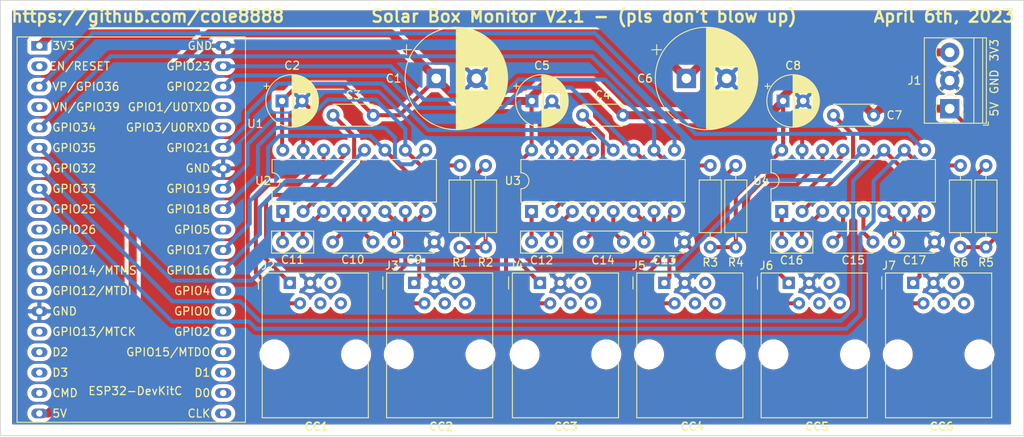
<source format=kicad_pcb>
(kicad_pcb (version 20221018) (generator pcbnew)
  (title_block (title "ESP32 Solar Box Monitor PCB (6 Port)") (date "2023-04-06") (rev "2.1"))
  (layers (0 "F.Cu" signal) (31 "B.Cu" signal) (34 "B.Paste" user) (35 "F.Paste" user) (36 "B.SilkS" user "B.Silkscreen") (37 "F.SilkS" user "F.Silkscreen") (38 "B.Mask" user) (39 "F.Mask" user) (44 "Edge.Cuts" user))
  (net 0 "")
  (net 1 "+3V3")
  (net 2 "GND")
  (net 3 "+5V")
  (net 4 "Net-(U3-VS+)")
  (net 5 "Net-(U3-VS-)")
  (net 6 "Net-(U3-C2+)")
  (net 7 "Net-(U3-C2-)")
  (net 8 "Net-(U3-C1+)")
  (net 9 "Net-(U3-C1-)")
  (net 10 "Net-(U4-VS+)")
  (net 11 "Net-(U4-VS-)")
  (net 12 "Net-(U4-C2+)")
  (net 13 "Net-(U4-C2-)")
  (net 14 "Net-(U4-C1+)")
  (net 15 "Net-(U4-C1-)")
  (net 16 "CC1 TX")
  (net 17 "CC1 RX")
  (net 21 "CC2 TX")
  (net 22 "CC2 RX")
  (net 26 "CC3 TX")
  (net 27 "CC3 RX")
  (net 31 "CC4 TX")
  (net 32 "CC4 RX")
  (net 36 "CC5 TX")
  (net 37 "CC5 RX")
  (net 41 "CC6 TX")
  (net 42 "CC6 RX")
  (net 46 "Net-(U2-VS+)")
  (net 47 "Net-(U2-VS-)")
  (net 48 "Net-(U2-C2+)")
  (net 49 "Net-(U2-C2-)")
  (net 50 "Net-(U2-C1+)")
  (net 51 "Net-(U2-C1-)")
  (net 52 "Net-(U1-GPIO19)")
  (net 53 "Net-(U1-GPIO17)")
  (net 54 "Net-(U1-SENSOR_VP{slash}GPIO36{slash}ADC1_CH0)")
  (net 55 "Net-(U1-GPIO22)")
  (net 56 "Net-(U1-VDET_1{slash}GPIO34{slash}ADC1_CH6)")
  (net 57 "Net-(U1-32K_XN{slash}GPIO33{slash}ADC1_CH5)")
  (net 59 "Net-(U1-VDET_2{slash}GPIO35{slash}ADC1_CH7)")
  (net 63 "Net-(U1-32K_XP{slash}GPIO32{slash}ADC1_CH4)")
  (net 78 "Net-(U1-GPIO16)")
  (net 80 "Net-(U1-GPIO18)")
  (net 81 "Net-(U1-GPIO21)")
  (net 84 "Net-(U1-GPIO23)")
  (footprint "Library:TerminalBlock_Phoenix_PT-1,5-3-3.5-H_1x03_P3.50mm_Horizontal" (layer "F.Cu") (at 201.865 74.62 90)
    (fp_text reference "J1")
    (fp_text value "Screw_Terminal_01x03")
  )
  (footprint "Library:DIP-16_W7.62mm" (layer "F.Cu") (at 180.975 87.4 90)
    (fp_text reference "U4")
    (fp_text value "MAX3232")
  )
  (footprint "Library:DIP-16_W7.62mm" (layer "F.Cu") (at 118.92 87.4 90)
    (fp_text reference "U2")
    (fp_text value "MAX3232")
  )
  (footprint "Library:R_Axial_DIN0207_L6.3mm_D2.5mm_P10.16mm_Horizontal" (layer "F.Cu") (at 140.97 91.845 90)
    (fp_text reference "R1")
    (fp_text value "1K")
  )
  (footprint "Library:DIP-16_W7.62mm" (layer "F.Cu") (at 149.86 87.4 90)
    (fp_text reference "U3")
    (fp_text value "MAX3232")
  )
  (footprint "Library:CP_Radial_D6.3mm_P2.50mm" (layer "F.Cu") (at 118.832621 73.66)
    (fp_text reference "C2")
    (fp_text value "10uF")
  )
  (footprint "Library:R_Axial_DIN0207_L6.3mm_D2.5mm_P10.16mm_Horizontal" (layer "F.Cu") (at 144.145 91.845 90)
    (fp_text reference "R2")
    (fp_text value "1K")
  )
  (footprint "Library:C_Disc_D5.0mm_W2.5mm_P2.50mm" (layer "F.Cu") (at 118.892 91.21)
    (fp_text reference "C11")
    (fp_text value "0.1uF")
  )
  (footprint "Library:CP_Radial_D6.3mm_P2.50mm" (layer "F.Cu") (at 149.9 73.66)
    (fp_text reference "C5")
    (fp_text value "10uF")
  )
  (footprint "Library:R_Axial_DIN0207_L6.3mm_D2.5mm_P10.16mm_Horizontal" (layer "F.Cu") (at 203.2 91.845 90)
    (fp_text reference "R6")
    (fp_text value "1K")
  )
  (footprint "Library:C_Disc_D4.7mm_W2.5mm_P5.00mm" (layer "F.Cu") (at 187.405 75.438)
    (fp_text reference "C7")
    (fp_text value "0.47uF")
  )
  (footprint "Library:C_Disc_D4.7mm_W2.5mm_P5.00mm" (layer "F.Cu") (at 163.87 91.21)
    (fp_text reference "C13")
    (fp_text value "0.47uF")
  )
  (footprint "Library:R_Axial_DIN0207_L6.3mm_D2.5mm_P10.16mm_Horizontal" (layer "F.Cu") (at 175.26 91.845 90)
    (fp_text reference "R4")
    (fp_text value "1K")
  )
  (footprint "Library:CP_Radial_D12.5mm_P5.00mm" (layer "F.Cu") (at 169.117 70.866)
    (fp_text reference "C6")
    (fp_text value "1000uF")
  )
  (footprint "Library:C_Disc_D5.0mm_W2.5mm_P2.50mm" (layer "F.Cu") (at 180.975 91.21)
    (fp_text reference "C16")
    (fp_text value "0.1uF")
  )
  (footprint "Library:C_Disc_D4.7mm_W2.5mm_P5.00mm" (layer "F.Cu") (at 125.175 75.438)
    (fp_text reference "C3")
    (fp_text value "0.47uF")
  )
  (footprint "Library:RJ12_Amphenol_54601" (layer "F.Cu") (at 150.905 96.29)
    (fp_text reference "J4")
    (fp_text value "6P6C")
  )
  (footprint "Library:RJ12_Amphenol_54601" (layer "F.Cu") (at 135.26 96.29)
    (fp_text reference "J3")
    (fp_text value "6P6C")
  )
  (footprint "Library:RJ12_Amphenol_54601" (layer "F.Cu") (at 197.315 96.29)
    (fp_text reference "J7")
    (fp_text value "6P6C")
  )
  (footprint "Library:CP_Radial_D6.3mm_P2.50mm" (layer "F.Cu") (at 181.142 73.66)
    (fp_text reference "C8")
    (fp_text value "10uF")
  )
  (footprint "Library:C_Disc_D5.0mm_W2.5mm_P2.50mm" (layer "F.Cu") (at 149.86 91.21)
    (fp_text reference "C12")
    (fp_text value "0.1uF")
  )
  (footprint "Library:CP_Radial_D12.5mm_P5.00mm" (layer "F.Cu") (at 138.002 70.866)
    (fp_text reference "C1")
    (fp_text value "1000uF")
  )
  (footprint "Library:R_Axial_DIN0207_L6.3mm_D2.5mm_P10.16mm_Horizontal" (layer "F.Cu") (at 206.375 91.845 90)
    (fp_text reference "R5")
    (fp_text value "1K")
  )
  (footprint "Library:RJ12_Amphenol_54601" (layer "F.Cu") (at 166.375 96.29)
    (fp_text reference "J5")
    (fp_text value "6P6C")
  )
  (footprint "Library:C_Disc_D4.7mm_W2.5mm_P5.00mm" (layer "F.Cu") (at 156.29 91.21)
    (fp_text reference "C14")
    (fp_text value "0.47uF")
  )
  (footprint "Library:C_Disc_D4.7mm_W2.5mm_P5.00mm" (layer "F.Cu") (at 194.985 91.21)
    (fp_text reference "C17")
    (fp_text value "0.47uF")
  )
  (footprint "Library:RJ12_Amphenol_54601" (layer "F.Cu") (at 119.79 96.29)
    (fp_text reference "J2")
    (fp_text value "6P6C")
  )
  (footprint "Library:C_Disc_D4.7mm_W2.5mm_P5.00mm" (layer "F.Cu") (at 132.755 91.21)
    (fp_text reference "C9")
    (fp_text value "0.47uF")
  )
  (footprint "Library:RJ12_Amphenol_54601" (layer "F.Cu") (at 181.845 96.29)
    (fp_text reference "J6")
    (fp_text value "6P6C")
  )
  (footprint "Library:C_Disc_D4.7mm_W2.5mm_P5.00mm" (layer "F.Cu") (at 156.21 75.438)
    (fp_text reference "C4")
    (fp_text value "0.47uF")
  )
  (footprint "Library:C_Disc_D4.7mm_W2.5mm_P5.00mm" (layer "F.Cu") (at 125.135 91.21)
    (fp_text reference "C10")
    (fp_text value "0.47uF")
  )
  (footprint "Library:R_Axial_DIN0207_L6.3mm_D2.5mm_P10.16mm_Horizontal" (layer "F.Cu") (at 172.085 91.845 90)
    (fp_text reference "R3")
    (fp_text value "1K")
  )
  (footprint "Library:ESP32-DevKitC" (layer "F.Cu") (at 88.646 66.802)
    (fp_text reference "U1")
    (fp_text value "ESP32-DevKitC")
  )
  (footprint "Library:C_Disc_D4.7mm_W2.5mm_P5.00mm" (layer "F.Cu") (at 187.325 91.21)
    (fp_text reference "C15")
    (fp_text value "0.47uF")
  )
  (gr_rect (start 83.8 61.155) (end 211.074 115.284) (stroke (width 0.1)) (fill none) (layer "Edge.Cuts"))
  (gr_text "5V" (at 208 75.692 90) (layer "F.SilkS") (effects (font (size 1 1)) (justify left bottom)))
  (gr_text "April 6th, 2023" (at 192.25 64) (layer "F.SilkS") (effects (font (size 1.5 1.5) (thickness 0.3) bold) (justify left bottom)))
  (gr_text "3V3" (at 208 68.834 90) (layer "F.SilkS") (effects (font (size 1 1)) (justify left bottom)))
  (gr_text "CC5" (at 183.75 114.75) (layer "F.SilkS") (effects (font (size 1 1) (thickness 0.2) bold) (justify left bottom)))
  (gr_text "Solar Box Monitor V2.1 - (pls don't blow up)" (at 129.75 64) (layer "F.SilkS") (effects (font (size 1.5 1.5) (thickness 0.3) bold) (justify left bottom)))
  (gr_text "https://github.com/cole8888" (at 85 64) (layer "F.SilkS") (effects (font (size 1.5 1.5) (thickness 0.3) bold) (justify left bottom)))
  (gr_text "GND" (at 208 72.898 90) (layer "F.SilkS") (effects (font (size 1 1)) (justify left bottom)))
  (gr_text "CC6" (at 199.25 114.75) (layer "F.SilkS") (effects (font (size 1 1) (thickness 0.2) bold) (justify left bottom)))
  (gr_text "CC4" (at 168.25 114.75) (layer "F.SilkS") (effects (font (size 1 1) (thickness 0.2) bold) (justify left bottom)))
  (gr_text "CC3" (at 152.5 114.75) (layer "F.SilkS") (effects (font (size 1 1) (thickness 0.2) bold) (justify left bottom)))
  (gr_text "CC2" (at 137 114.75) (layer "F.SilkS") (effects (font (size 1 1) (thickness 0.2) bold) (justify left bottom)))
  (gr_text "CC1" (at 121.5 114.75) (layer "F.SilkS") (effects (font (size 1 1) (thickness 0.2) bold) (justify left bottom)))
  (segment (start 162.001 63.75) (end 169.117 70.866) (width 1) (layer "F.Cu") (net 1))
  (segment (start 91.698 63.75) (end 162.001 63.75) (width 1) (layer "F.Cu") (net 1))
  (segment (start 88.646 66.802) (end 91.698 63.75) (width 1) (layer "F.Cu") (net 1))
  (segment (start 172.363 67.62) (end 201.865 67.62) (width 1) (layer "F.Cu") (net 1))
  (segment (start 169.117 70.866) (end 172.363 67.62) (width 1) (layer "F.Cu") (net 1))
  (segment (start 137.755 96.245) (end 137.8 96.29) (width 0.5) (layer "F.Cu") (net 2))
  (segment (start 121.332621 79.652621) (end 121.46 79.78) (width 0.5) (layer "F.Cu") (net 2))
  (segment (start 168.87 96.245) (end 168.915 96.29) (width 0.5) (layer "F.Cu") (net 2))
  (segment (start 183.475 79.74) (end 183.515 79.78) (width 0.5) (layer "F.Cu") (net 2))
  (segment (start 199.985 96.16) (end 199.855 96.29) (width 0.5) (layer "F.Cu") (net 2))
  (segment (start 199.855 91.34) (end 199.985 91.21) (width 0.5) (layer "F.Cu") (net 2))
  (segment (start 100.25 74.75) (end 109.75 65.25) (width 1) (layer "F.Cu") (net 3))
  (segment (start 89.728 112.522) (end 100.25 102) (width 1) (layer "F.Cu") (net 3))
  (segment (start 130.175 75.438) (end 126.619 71.882) (width 0.5) (layer "F.Cu") (net 3))
  (segment (start 161.21 75.438) (end 179.364 75.438) (width 1) (layer "F.Cu") (net 3))
  (segment (start 193.223 74.62) (end 192.405 75.438) (width 1) (layer "F.Cu") (net 3))
  (segment (start 203.2 91.845) (end 206.375 91.845) (width 0.5) (layer "F.Cu") (net 3))
  (segment (start 88.646 112.522) (end 89.728 112.522) (width 1) (layer "F.Cu") (net 3))
  (segment (start 206.375 91.845) (end 208.026 90.194) (width 0.5) (layer "F.Cu") (net 3))
  (segment (start 140.97 91.845) (end 144.145 91.845) (width 0.5) (layer "F.Cu") (net 3))
  (segment (start 157.4 71.628) (end 161.21 75.438) (width 1) (layer "F.Cu") (net 3))
  (segment (start 133.43 75.438) (end 138.002 70.866) (width 0.5) (layer "F.Cu") (net 3))
  (segment (start 126.619 71.882) (end 120.610621 71.882) (width 0.5) (layer "F.Cu") (net 3))
  (segment (start 181.142 73.112) (end 181.142 73.66) (width 1) (layer "F.Cu") (net 3))
  (segment (start 181.142 73.66) (end 181.142 79.613) (width 0.5) (layer "F.Cu") (net 3))
  (segment (start 140.796 73.66) (end 138.002 70.866) (width 1) (layer "F.Cu") (net 3))
  (segment (start 132.386 65.25) (end 138.002 70.866) (width 1) (layer "F.Cu") (net 3))
  (segment (start 118.832621 73.66) (end 118.832621 79.692621) (width 0.5) (layer "F.Cu") (net 3))
  (segment (start 149.9 73.112) (end 151.384 71.628) (width 1) (layer "F.Cu") (net 3))
  (segment (start 149.86 73.7) (end 149.9 73.66) (width 1) (layer "F.Cu") (net 3))
  (segment (start 179.364 75.438) (end 181.142 73.66) (width 1) (layer "F.Cu") (net 3))
  (segment (start 144.145 85.495) (end 144.145 91.845) (width 0.5) (layer "F.Cu") (net 3))
  (segment (start 208.026 80.781) (end 201.865 74.62) (width 0.5) (layer "F.Cu") (net 3))
  (segment (start 130.175 75.438) (end 133.43 75.438) (width 0.5) (layer "F.Cu") (net 3))
  (segment (start 188.595 71.628) (end 182.626 71.628) (width 1) (layer "F.Cu") (net 3))
  (segment (start 175.26 91.845) (end 172.085 91.845) (width 0.5) (layer "F.Cu") (net 3))
  (segment (start 149.9 73.66) (end 149.9 73.112) (width 1) (layer "F.Cu") (net 3))
  (segment (start 120.610621 71.882) (end 118.832621 73.66) (width 0.5) (layer "F.Cu") (net 3))
  (segment (start 175.26 85.495) (end 180.975 79.78) (width 0.5) (layer "F.Cu") (net 3))
  (segment (start 149.86 79.78) (end 149.86 73.7) (width 0.5) (layer "F.Cu") (net 3))
  (segment (start 181.142 79.613) (end 180.975 79.78) (width 0.5) (layer "F.Cu") (net 3))
  (segment (start 100.25 102) (end 100.25 74.75) (width 1) (layer "F.Cu") (net 3))
  (segment (start 144.145 85.495) (end 149.86 79.78) (width 0.5) (layer "F.Cu") (net 3))
  (segment (start 192.405 75.438) (end 188.595 71.628) (width 1) (layer "F.Cu") (net 3))
  (segment (start 149.9 73.66) (end 140.796 73.66) (width 1) (layer "F.Cu") (net 3))
  (segment (start 118.832621 79.692621) (end 118.92 79.78) (width 0.5) (layer "F.Cu") (net 3))
  (segment (start 208.026 90.194) (end 208.026 80.781) (width 0.5) (layer "F.Cu") (net 3))
  (segment (start 175.26 91.845) (end 175.26 85.495) (width 0.5) (layer "F.Cu") (net 3))
  (segment (start 151.384 71.628) (end 157.4 71.628) (width 1) (layer "F.Cu") (net 3))
  (segment (start 109.75 65.25) (end 132.386 65.25) (width 1) (layer "F.Cu") (net 3))
  (segment (start 201.865 74.62) (end 193.223 74.62) (width 1) (layer "F.Cu") (net 3))
  (segment (start 182.626 71.628) (end 181.142 73.112) (width 1) (layer "F.Cu") (net 3))
  (segment (start 158.73 77.958) (end 158.73 81.07) (width 0.5) (layer "F.Cu") (net 4))
  (segment (start 158.73 81.07) (end 152.4 87.4) (width 0.5) (layer "F.Cu") (net 4))
  (segment (start 156.21 75.438) (end 158.73 77.958) (width 0.5) (layer "F.Cu") (net 4))
  (segment (start 163.87 88.71) (end 162.56 87.4) (width 0.5) (layer "F.Cu") (net 5))
  (segment (start 163.87 91.21) (end 163.87 88.71) (width 0.5) (layer "F.Cu") (net 5))
  (segment (start 157.48 87.4) (end 157.48 90.02) (width 0.5) (layer "F.Cu") (net 6))
  (segment (start 157.48 90.02) (end 156.29 91.21) (width 0.5) (layer "F.Cu") (net 6))
  (segment (start 160.02 89.94) (end 161.29 91.21) (width 0.5) (layer "F.Cu") (net 7))
  (segment (start 160.02 87.4) (end 160.02 89.94) (width 0.5) (layer "F.Cu") (net 7))
  (segment (start 149.86 87.4) (end 149.86 91.21) (width 0.5) (layer "F.Cu") (net 8))
  (segment (start 152.36 89.98) (end 154.94 87.4) (width 0.5) (layer "F.Cu") (net 9))
  (segment (start 152.36 91.21) (end 152.36 89.98) (width 0.5) (layer "F.Cu") (net 9))
  (segment (start 189.845 81.07) (end 183.515 87.4) (width 0.5) (layer "F.Cu") (net 10))
  (segment (start 187.405 75.438) (end 189.845 77.878) (width 0.5) (layer "F.Cu") (net 10))
  (segment (start 189.845 77.878) (end 189.845 81.07) (width 0.5) (layer "F.Cu") (net 10))
  (segment (start 194.985 91.21) (end 194.985 88.71) (width 0.5) (layer "F.Cu") (net 11))
  (segment (start 194.985 88.71) (end 193.675 87.4) (width 0.5) (layer "F.Cu") (net 11))
  (segment (start 188.595 89.94) (end 187.325 91.21) (width 0.5) (layer "F.Cu") (net 12))
  (segment (start 188.595 87.4) (end 188.595 89.94) (width 0.5) (layer "F.Cu") (net 12))
  (segment (start 191.135 90.02) (end 192.325 91.21) (width 0.5) (layer "F.Cu") (net 13))
  (segment (start 191.135 87.4) (end 191.135 90.02) (width 0.5) (layer "F.Cu") (net 13))
  (segment (start 180.975 91.21) (end 180.975 87.4) (width 0.5) (layer "F.Cu") (net 14))
  (segment (start 183.475 91.21) (end 183.475 89.98) (width 0.5) (layer "F.Cu") (net 15))
  (segment (start 183.475 89.98) (end 186.055 87.4) (width 0.5) (layer "F.Cu") (net 15))
  (segment (start 116.84 86.18375) (end 117.67975 85.344) (width 0.5) (layer "F.Cu") (net 16))
  (segment (start 116.84 93.34) (end 116.84 86.18375) (width 0.5) (layer "F.Cu") (net 16))
  (segment (start 126.54 80.47) (end 126.54 79.78) (width 0.5) (layer "F.Cu") (net 16))
  (segment (start 119.79 96.29) (end 116.84 93.34) (width 0.5) (layer "F.Cu") (net 16))
  (segment (start 117.67975 85.344) (end 121.666 85.344) (width 0.5) (layer "F.Cu") (net 16))
  (segment (start 121.666 85.344) (end 126.54 80.47) (width 0.5) (layer "F.Cu") (net 16))
  (segment (start 117.1579 84.074) (end 115.57 85.6619) (width 0.5) (layer "F.Cu") (net 17))
  (segment (start 119.38 98.83) (end 121.06 98.83) (width 0.5) (layer "F.Cu") (net 17))
  (segment (start 115.57 95.02) (end 119.38 98.83) (width 0.5) (layer "F.Cu") (net 17))
  (segment (start 120.904 84.074) (end 117.1579 84.074) (width 0.5) (layer "F.Cu") (net 17))
  (segment (start 115.57 85.6619) (end 115.57 95.02) (width 0.5) (layer "F.Cu") (net 17))
  (segment (start 124 80.978) (end 120.904 84.074) (width 0.5) (layer "F.Cu") (net 17))
  (segment (start 124 79.78) (end 124 80.978) (width 0.5) (layer "F.Cu") (net 17))
  (segment (start 135.89 88.21) (end 135.89 95.66) (width 0.5) (layer "F.Cu") (net 21))
  (segment (start 136.7 87.4) (end 135.89 88.21) (width 0.5) (layer "F.Cu") (net 21))
  (segment (start 135.89 95.66) (end 135.26 96.29) (width 0.5) (layer "F.Cu") (net 21))
  (segment (start 133.35 97.56) (end 134.62 98.83) (width 0.5) (layer "F.Cu") (net 22))
  (segment (start 133.35 94.9) (end 133.35 97.56) (width 0.5) (layer "F.Cu") (net 22))
  (segment (start 134.62 98.83) (end 136.53 98.83) (width 0.5) (layer "F.Cu") (net 22))
  (segment (start 134.16 87.4) (end 134.16 94.09) (width 0.5) (layer "F.Cu") (net 22))
  (segment (start 134.16 94.09) (end 133.35 94.9) (width 0.5) (layer "F.Cu") (net 22))
  (segment (start 152.4 85.344) (end 157.48 80.264) (width 0.5) (layer "F.Cu") (net 26))
  (segment (start 157.48 80.264) (end 157.48 79.78) (width 0.5) (layer "F.Cu") (net 26))
  (segment (start 147.955 86.13) (end 148.741 85.344) (width 0.5) (layer "F.Cu") (net 26))
  (segment (start 147.955 93.34) (end 147.955 86.13) (width 0.5) (layer "F.Cu") (net 26))
  (segment (start 150.905 96.29) (end 147.955 93.34) (width 0.5) (layer "F.Cu") (net 26))
  (segment (start 148.741 85.344) (end 152.4 85.344) (width 0.5) (layer "F.Cu") (net 26))
  (segment (start 146.685 95.0145) (end 146.685 85.979) (width 0.5) (layer "F.Cu") (net 27))
  (segment (start 151.638 84.074) (end 154.94 80.772) (width 0.5) (layer "F.Cu") (net 27))
  (segment (start 150.5005 98.83) (end 146.685 95.0145) (width 0.5) (layer "F.Cu") (net 27))
  (segment (start 152.175 98.83) (end 150.5005 98.83) (width 0.5) (layer "F.Cu") (net 27))
  (segment (start 146.685 85.979) (end 148.59 84.074) (width 0.5) (layer "F.Cu") (net 27))
  (segment (start 148.59 84.074) (end 151.638 84.074) (width 0.5) (layer "F.Cu") (net 27))
  (segment (start 154.94 80.772) (end 154.94 79.78) (width 0.5) (layer "F.Cu") (net 27))
  (segment (start 167.005 95.66) (end 167.005 88.035) (width 0.5) (layer "F.Cu") (net 31))
  (segment (start 166.375 96.29) (end 167.005 95.66) (width 0.5) (layer "F.Cu") (net 31))
  (segment (start 167.005 88.035) (end 167.64 87.4) (width 0.5) (layer "F.Cu") (net 31))
  (segment (start 165.735 89.94) (end 165.1 89.305) (width 0.5) (layer "F.Cu") (net 32))
  (segment (start 164.465 97.306) (end 164.465 94.92) (width 0.5) (layer "F.Cu") (net 32))
  (segment (start 164.465 94.92) (end 165.735 93.65) (width 0.5) (layer "F.Cu") (net 32))
  (segment (start 167.645 98.83) (end 165.989 98.83) (width 0.5) (layer "F.Cu") (net 32))
  (segment (start 165.735 93.65) (end 165.735 89.94) (width 0.5) (layer "F.Cu") (net 32))
  (segment (start 165.1 89.305) (end 165.1 87.4) (width 0.5) (layer "F.Cu") (net 32))
  (segment (start 165.989 98.83) (end 164.465 97.306) (width 0.5) (layer "F.Cu") (net 32))
  (segment (start 181.845 96.29) (end 179.07 93.515) (width 0.5) (layer "F.Cu") (net 36))
  (segment (start 188.595 80.391) (end 188.595 79.78) (width 0.5) (layer "F.Cu") (net 36))
  (segment (start 179.856 85.344) (end 183.642 85.344) (width 0.5) (layer "F.Cu") (net 36))
  (segment (start 179.07 93.515) (end 179.07 86.13) (width 0.5) (layer "F.Cu") (net 36))
  (segment (start 179.07 86.13) (end 179.856 85.344) (width 0.5) (layer "F.Cu") (net 36))
  (segment (start 183.642 85.344) (end 188.595 80.391) (width 0.5) (layer "F.Cu") (net 36))
  (segment (start 183.115 98.83) (end 181.61 98.83) (width 0.5) (layer "F.Cu") (net 37))
  (segment (start 177.8 85.852) (end 179.578 84.074) (width 0.5) (layer "F.Cu") (net 37))
  (segment (start 177.8 95.02) (end 177.8 85.852) (width 0.5) (layer "F.Cu") (net 37))
  (segment (start 186.055 80.899) (end 186.055 79.78) (width 0.5) (layer "F.Cu") (net 37))
  (segment (start 182.88 84.074) (end 186.055 80.899) (width 0.5) (layer "F.Cu") (net 37))
  (segment (start 179.578 84.074) (end 182.88 84.074) (width 0.5) (layer "F.Cu") (net 37))
  (segment (start 181.61 98.83) (end 177.8 95.02) (width 0.5) (layer "F.Cu") (net 37))
  (segment (start 198.12 88.035) (end 198.755 87.4) (width 0.5) (layer "F.Cu") (net 41))
  (segment (start 198.12 95.485) (end 198.12 88.035) (width 0.5) (layer "F.Cu") (net 41))
  (segment (start 197.315 96.29) (end 198.12 95.485) (width 0.5) (layer "F.Cu") (net 41))
  (segment (start 196.215 89.305) (end 196.85 89.94) (width 0.5) (layer "F.Cu") (net 42))
  (segment (start 196.85 89.94) (end 196.85 94.035) (width 0.5) (layer "F.Cu") (net 42))
  (segment (start 195.58 95.305) (end 195.58 97.56) (width 0.5) (layer "F.Cu") (net 42))
  (segment (start 196.85 94.035) (end 195.58 95.305) (width 0.5) (layer "F.Cu") (net 42))
  (segment (start 195.58 97.56) (end 196.85 98.83) (width 0.5) (layer "F.Cu") (net 42))
  (segment (start 196.215 87.4) (end 196.215 89.305) (width 0.5) (layer "F.Cu") (net 42))
  (segment (start 196.85 98.83) (end 198.585 98.83) (width 0.5) (layer "F.Cu") (net 42))
  (segment (start 127.79 78.053) (end 127.79 81.07) (width 0.5) (layer "F.Cu") (net 46))
  (segment (start 127.79 81.07) (end 121.46 87.4) (width 0.5) (layer "F.Cu") (net 46))
  (segment (start 125.175 75.438) (end 127.79 78.053) (width 0.5) (layer "F.Cu") (net 46))
  (segment (start 132.755 91.21) (end 132.755 88.535) (width 0.5) (layer "F.Cu") (net 47))
  (segment (start 132.755 88.535) (end 131.62 87.4) (width 0.5) (layer "F.Cu") (net 47))
  (segment (start 126.54 87.4) (end 126.54 89.805) (width 0.5) (layer "F.Cu") (net 48))
  (segment (start 126.54 89.805) (end 125.135 91.21) (width 0.5) (layer "F.Cu") (net 48))
  (segment (start 129.08 90.155) (end 130.135 91.21) (width 0.5) (layer "F.Cu") (net 49))
  (segment (start 129.08 87.4) (end 129.08 90.155) (width 0.5) (layer "F.Cu") (net 49))
  (segment (start 118.92 87.4) (end 118.92 91.182) (width 0.5) (layer "F.Cu") (net 50))
  (segment (start 118.92 91.182) (end 118.892 91.21) (width 0.5) (layer "F.Cu") (net 50))
  (segment (start 121.392 90.008) (end 124 87.4) (width 0.5) (layer "F.Cu") (net 51))
  (segment (start 121.392 91.21) (end 121.392 90.008) (width 0.5) (layer "F.Cu") (net 51))
  (segment (start 136.065 81.685) (end 140.97 81.685) (width 0.5) (layer "F.Cu") (net 52))
  (segment (start 134.16 79.78) (end 136.065 81.685) (width 0.5) (layer "F.Cu") (net 52))
  (segment (start 122 76) (end 117.6115 76) (width 0.5) (layer "B.Cu") (net 52))
  (segment (start 117.6115 76) (end 114.554 79.0575) (width 0.5) (layer "B.Cu") (net 52))
  (segment (start 114.554 79.0575) (end 114.554 81.534) (width 0.5) (layer "B.Cu") (net 52))
  (segment (start 134.16 79.78) (end 134.16 77.16) (width 0.5) (layer "B.Cu") (net 52))
  (segment (start 130.5 73.5) (end 124.5 73.5) (width 0.5) (layer "B.Cu") (net 52))
  (segment (start 134.16 77.16) (end 130.5 73.5) (width 0.5) (layer "B.Cu") (net 52))
  (segment (start 114.554 81.534) (end 111.506 84.582) (width 0.5) (layer "B.Cu") (net 52))
  (segment (start 124.5 73.5) (end 122 76) (width 0.5) (layer "B.Cu") (net 52))
  (segment (start 135.152 83.312) (end 142.518 83.312) (width 0.5) (layer "F.Cu") (net 53))
  (segment (start 131.62 79.78) (end 135.152 83.312) (width 0.5) (layer "F.Cu") (net 53))
  (segment (start 142.518 83.312) (end 144.145 81.685) (width 0.5) (layer "F.Cu") (net 53))
  (segment (start 118.493 78) (end 117.094 79.399) (width 0.5) (layer "B.Cu") (net 53))
  (segment (start 117.094 83.82) (end 114.808 86.106) (width 0.5) (layer "B.Cu") (net 53))
  (segment (start 114.808 86.106) (end 114.808 88.9) (width 0.5) (layer "B.Cu") (net 53))
  (segment (start 117.094 79.399) (end 117.094 83.82) (width 0.5) (layer "B.Cu") (net 53))
  (segment (start 114.808 88.9) (end 111.506 92.202) (width 0.5) (layer "B.Cu") (net 53))
  (segment (start 129.84 78) (end 118.493 78) (width 0.5) (layer "B.Cu") (net 53))
  (segment (start 131.62 79.78) (end 129.84 78) (width 0.5) (layer "B.Cu") (net 53))
  (segment (start 196.725 77.75) (end 170.25 77.75) (width 0.5) (layer "B.Cu") (net 54))
  (segment (start 157.75 65.25) (end 95.278 65.25) (width 0.5) (layer "B.Cu") (net 54))
  (segment (start 95.278 65.25) (end 88.646 71.882) (width 0.5) (layer "B.Cu") (net 54))
  (segment (start 198.755 79.78) (end 196.725 77.75) (width 0.5) (layer "B.Cu") (net 54))
  (segment (start 170.25 77.75) (end 157.75 65.25) (width 0.5) (layer "B.Cu") (net 54))
  (segment (start 166.092 83.312) (end 173.633 83.312) (width 0.5) (layer "F.Cu") (net 55))
  (segment (start 162.56 79.78) (end 166.092 83.312) (width 0.5) (layer "F.Cu") (net 55))
  (segment (start 173.633 83.312) (end 175.26 81.685) (width 0.5) (layer "F.Cu") (net 55))
  (segment (start 131.75 70.5) (end 112.888 70.5) (width 0.5) (layer "B.Cu") (net 55))
  (segment (start 154.78 72) (end 148.75 72) (width 0.5) (layer "B.Cu") (net 55))
  (segment (start 162.56 79.78) (end 154.78 72) (width 0.5) (layer "B.Cu") (net 55))
  (segment (start 146.25 74.5) (end 135.75 74.5) (width 0.5) (layer "B.Cu") (net 55))
  (segment (start 148.75 72) (end 146.25 74.5) (width 0.5) (layer "B.Cu") (net 55))
  (segment (start 135.75 74.5) (end 131.75 70.5) (width 0.5) (layer "B.Cu") (net 55))
  (segment (start 112.888 70.5) (end 111.506 71.882) (width 0.5) (layer "B.Cu") (net 55))
  (segment (start 97.508 68.1) (end 88.646 76.962) (width 0.5) (layer "B.Cu") (net 56))
  (segment (start 167.64 78.39) (end 157.35 68.1) (width 0.5) (layer "B.Cu") (net 56))
  (segment (start 167.64 79.78) (end 167.64 78.39) (width 0.5) (layer "B.Cu") (net 56))
  (segment (start 157.35 68.1) (end 97.508 68.1) (width 0.5) (layer "B.Cu") (net 56))
  (segment (start 198.12 81.685) (end 203.2 81.685) (width 0.5) (layer "F.Cu") (net 57))
  (segment (start 196.215 79.78) (end 198.12 81.685) (width 0.5) (layer "F.Cu") (net 57))
  (segment (start 190.75 90.258617) (end 190.75 100.25) (width 0.5) (layer "B.Cu") (net 57))
  (segment (start 189 102) (end 115.6 102) (width 0.5) (layer "B.Cu") (net 57))
  (segment (start 114.7 101.1) (end 105.164 101.1) (width 0.5) (layer "B.Cu") (net 57))
  (segment (start 196.215 79.78) (end 192.4 83.595) (width 0.5) (layer "B.Cu") (net 57))
  (segment (start 192.4 88.608617) (end 190.75 90.258617) (width 0.5) (layer "B.Cu") (net 57))
  (segment (start 192.4 83.595) (end 192.4 88.608617) (width 0.5) (layer "B.Cu") (net 57))
  (segment (start 190.75 100.25) (end 189 102) (width 0.5) (layer "B.Cu") (net 57))
  (segment (start 115.6 102) (end 114.7 101.1) (width 0.5) (layer "B.Cu") (net 57))
  (segment (start 105.164 101.1) (end 88.646 84.582) (width 0.5) (layer "B.Cu") (net 57))
  (segment (start 105.144 96) (end 88.646 79.502) (width 0.5) (layer "B.Cu") (net 59))
  (segment (start 191.135 79.78) (end 187.415 83.5) (width 0.5) (layer "B.Cu") (net 59))
  (segment (start 115 96) (end 105.144 96) (width 0.5) (layer "B.Cu") (net 59))
  (segment (start 187.415 83.5) (end 178.5 83.5) (width 0.5) (layer "B.Cu") (net 59))
  (segment (start 117 94) (end 115 96) (width 0.5) (layer "B.Cu") (net 59))
  (segment (start 168 94) (end 117 94) (width 0.5) (layer "B.Cu") (net 59))
  (segment (start 178.5 83.5) (end 168 94) (width 0.5) (layer "B.Cu") (net 59))
  (segment (start 193.675 79.78) (end 197.207 83.312) (width 0.5) (layer "F.Cu") (net 63))
  (segment (start 204.748 83.312) (end 206.375 81.685) (width 0.5) (layer "F.Cu") (net 63))
  (segment (start 197.207 83.312) (end 204.748 83.312) (width 0.5) (layer "F.Cu") (net 63))
  (segment (start 189.86 99.4955) (end 188.3555 101) (width 0.5) (layer "B.Cu") (net 63))
  (segment (start 105.184 98.58) (end 88.646 82.042) (width 0.5) (layer "B.Cu") (net 63))
  (segment (start 116 101) (end 113.58 98.58) (width 0.5) (layer "B.Cu") (net 63))
  (segment (start 193.675 79.78) (end 189.86 83.595) (width 0.5) (layer "B.Cu") (net 63))
  (segment (start 188.3555 101) (end 116 101) (width 0.5) (layer "B.Cu") (net 63))
  (segment (start 189.86 83.595) (end 189.86 99.4955) (width 0.5) (layer "B.Cu") (net 63))
  (segment (start 113.58 98.58) (end 105.184 98.58) (width 0.5) (layer "B.Cu") (net 63))
  (segment (start 116.078 90.17) (end 111.506 94.742) (width 0.5) (layer "B.Cu") (net 78))
  (segment (start 129.08 79.78) (end 125.27 83.59) (width 0.5) (layer "B.Cu") (net 78))
  (segment (start 116.078 86.868) (end 116.078 90.17) (width 0.5) (layer "B.Cu") (net 78))
  (segment (start 125.27 83.59) (end 119.356 83.59) (width 0.5) (layer "B.Cu") (net 78))
  (segment (start 119.356 83.59) (end 116.078 86.868) (width 0.5) (layer "B.Cu") (net 78))
  (segment (start 132.87 80.8) (end 132.87 78.228) (width 0.5) (layer "B.Cu") (net 80))
  (segment (start 131.642 77) (end 118.084 77) (width 0.5) (layer "B.Cu") (net 80))
  (segment (start 134.946 81.534) (end 133.604 81.534) (width 0.5) (layer "B.Cu") (net 80))
  (segment (start 118.084 77) (end 115.824 79.26) (width 0.5) (layer "B.Cu") (net 80))
  (segment (start 115.824 79.26) (end 115.824 82.804) (width 0.5) (layer "B.Cu") (net 80))
  (segment (start 136.7 79.78) (end 134.946 81.534) (width 0.5) (layer "B.Cu") (net 80))
  (segment (start 115.824 82.804) (end 111.506 87.122) (width 0.5) (layer "B.Cu") (net 80))
  (segment (start 133.604 81.534) (end 132.87 80.8) (width 0.5) (layer "B.Cu") (net 80))
  (segment (start 132.87 78.228) (end 131.642 77) (width 0.5) (layer "B.Cu") (net 80))
  (segment (start 114.5 75.25) (end 118.25 71.5) (width 0.5) (layer "B.Cu") (net 81))
  (segment (start 111.506 79.502) (end 114.5 76.508) (width 0.5) (layer "B.Cu") (net 81))
  (segment (start 137.025 77.275) (end 157.515 77.275) (width 0.5) (layer "B.Cu") (net 81))
  (segment (start 157.515 77.275) (end 160.02 79.78) (width 0.5) (layer "B.Cu") (net 81))
  (segment (start 131.25 71.5) (end 137.025 77.275) (width 0.5) (layer "B.Cu") (net 81))
  (segment (start 118.25 71.5) (end 131.25 71.5) (width 0.5) (layer "B.Cu") (net 81))
  (segment (start 114.5 76.508) (end 114.5 75.25) (width 0.5) (layer "B.Cu") (net 81))
  (segment (start 165.1 79.78) (end 167.005 81.685) (width 0.5) (layer "F.Cu") (net 84))
  (segment (start 167.005 81.685) (end 172.085 81.685) (width 0.5) (layer "F.Cu") (net 84))
  (segment (start 165.1 79.78) (end 165.1 77.1) (width 0.5) (layer "B.Cu") (net 84))
  (segment (start 165.1 77.1) (end 159 71) (width 0.5) (layer "B.Cu") (net 84))
  (segment (start 136.5 73.5) (end 132.342 69.342) (width 0.5) (layer "B.Cu") (net 84))
  (segment (start 132.342 69.342) (end 111.506 69.342) (width 0.5) (layer "B.Cu") (net 84))
  (segment (start 148.25 71) (end 145.75 73.5) (width 0.5) (layer "B.Cu") (net 84))
  (segment (start 159 71) (end 148.25 71) (width 0.5) (layer "B.Cu") (net 84))
  (segment (start 145.75 73.5) (end 136.5 73.5) (width 0.5) (layer "B.Cu") (net 84))
  (zone (net 2) (net_name "GND") (layer "F.Cu") (priority 1) (connect_pads (clearance 0.508)) (min_thickness 0.25) (fill yes (thermal_gap 0.5) (thermal_bridge_width 0.5))
    (polygon (pts (xy 85.255 62.4) (xy 85.255 113.9) (xy 209.485 113.9) (xy 209.485 62.4)))
  )
  (zone (net 2) (net_name "GND") (layer "B.Cu") (connect_pads (clearance 0.508)) (min_thickness 0.25) (fill yes (thermal_gap 0.5) (thermal_bridge_width 0.5))
    (polygon (pts (xy 85.255 62.4) (xy 85.255 113.9) (xy 209.485 113.9) (xy 209.485 62.4)))
  )
)
</source>
